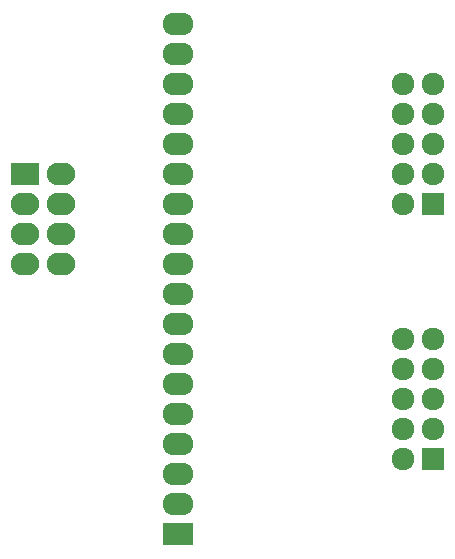
<source format=gbs>
G04 (created by PCBNEW (2013-07-07 BZR 4022)-stable) date 29/09/2013 00:43:05*
%MOIN*%
G04 Gerber Fmt 3.4, Leading zero omitted, Abs format*
%FSLAX34Y34*%
G01*
G70*
G90*
G04 APERTURE LIST*
%ADD10C,0.00590551*%
%ADD11R,0.094448X0.075748*%
%ADD12O,0.094448X0.075748*%
%ADD13R,0.102348X0.075748*%
%ADD14O,0.102348X0.075748*%
%ADD15R,0.075748X0.075748*%
%ADD16C,0.075748*%
G04 APERTURE END LIST*
G54D10*
G54D11*
X902Y13000D03*
G54D12*
X2098Y13000D03*
X902Y12000D03*
X2098Y12000D03*
X902Y11000D03*
X2098Y11000D03*
X902Y10000D03*
X2098Y10000D03*
G54D13*
X6000Y1000D03*
G54D14*
X6000Y2000D03*
X6000Y3000D03*
X6000Y4000D03*
X6000Y5000D03*
X6000Y6000D03*
X6000Y7000D03*
X6000Y8000D03*
X6000Y9000D03*
X6000Y10000D03*
X6000Y11000D03*
X6000Y12000D03*
X6000Y13000D03*
X6000Y14000D03*
X6000Y15000D03*
X6000Y16000D03*
X6000Y17000D03*
X6000Y18000D03*
G54D15*
X14500Y12000D03*
G54D16*
X13500Y12000D03*
X14500Y13000D03*
X13500Y13000D03*
X14500Y14000D03*
X13500Y14000D03*
X14500Y15000D03*
X13500Y15000D03*
X14500Y16000D03*
X13500Y16000D03*
G54D15*
X14500Y3500D03*
G54D16*
X13500Y3500D03*
X14500Y4500D03*
X13500Y4500D03*
X14500Y5500D03*
X13500Y5500D03*
X14500Y6500D03*
X13500Y6500D03*
X14500Y7500D03*
X13500Y7500D03*
M02*

</source>
